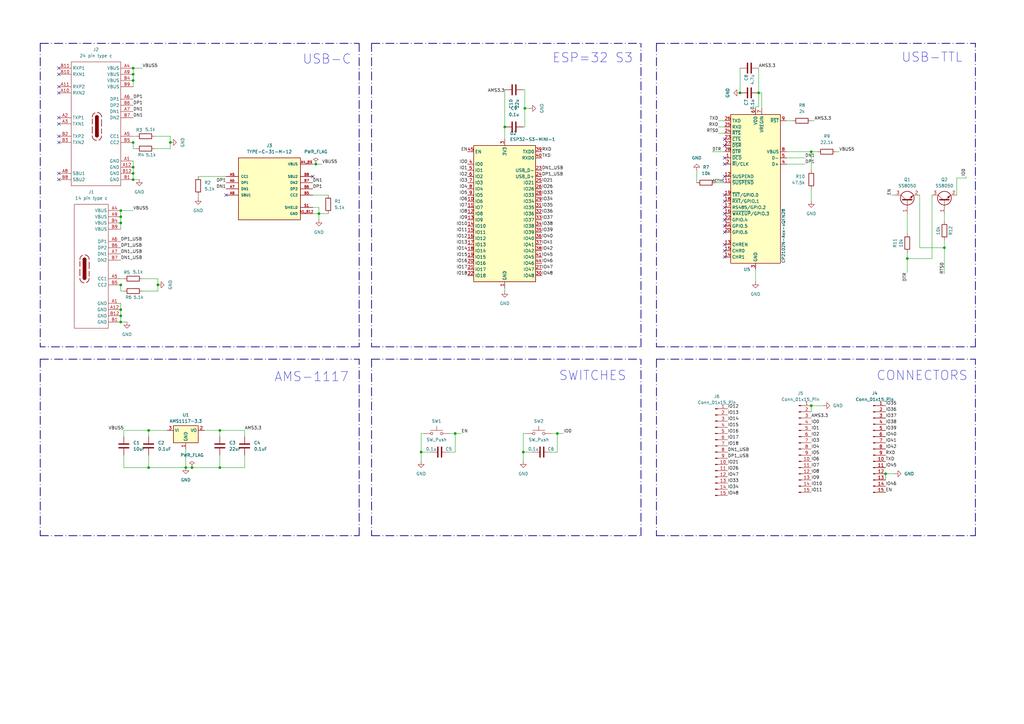
<source format=kicad_sch>
(kicad_sch (version 20250114) (generator "eeschema") (generator_version "9.0")
  (paper "A3")
  (title_block (title "Try_board") (date "2025-12-07") (rev "v1"))
  (lib_symbols
    (symbol "Connector:Conn_01x15_Pin" (pin_names (offset 1.016) (hide yes))
      (property "Reference" "J" (at 0 20.32 0))
      (property "Value" "Conn_01x15_Pin" (at 0 -20.32 0))
      (symbol "Conn_01x15_Pin_1_1"
        (pin passive line (at 5.08 17.78 180) (length 3.81) (name "Pin_1") (number "1"))
        (pin passive line (at 5.08 15.24 180) (length 3.81) (name "Pin_2") (number "2"))
        (pin passive line (at 5.08 12.7 180) (length 3.81) (name "Pin_3") (number "3"))
        (pin passive line (at 5.08 10.16 180) (length 3.81) (name "Pin_4") (number "4"))
        (pin passive line (at 5.08 7.62 180) (length 3.81) (name "Pin_5") (number "5"))
        (pin passive line (at 5.08 5.08 180) (length 3.81) (name "Pin_6") (number "6"))
        (pin passive line (at 5.08 2.54 180) (length 3.81) (name "Pin_7") (number "7"))
        (pin passive line (at 5.08 0 180) (length 3.81) (name "Pin_8") (number "8"))
        (pin passive line (at 5.08 -2.54 180) (length 3.81) (name "Pin_9") (number "9"))
        (pin passive line (at 5.08 -5.08 180) (length 3.81) (name "Pin_10") (number "10"))
        (pin passive line (at 5.08 -7.62 180) (length 3.81) (name "Pin_11") (number "11"))
        (pin passive line (at 5.08 -10.16 180) (length 3.81) (name "Pin_12") (number "12"))
        (pin passive line (at 5.08 -12.7 180) (length 3.81) (name "Pin_13") (number "13"))
        (pin passive line (at 5.08 -15.24 180) (length 3.81) (name "Pin_14") (number "14"))
        (pin passive line (at 5.08 -17.78 180) (length 3.81) (name "Pin_15") (number "15"))
      )
    )
    (symbol "Device:C" (pin_numbers (hide yes)) (pin_names (offset 0.254))
      (property "Reference" "C" (at 0.635 2.54 0))
      (property "Value" "C" (at 0.635 -2.54 0))
      (symbol "C_1_1"
        (pin passive line (at 0 3.81 270) (length 2.794) (name "~") (number "1"))
        (pin passive line (at 0 -3.81 90) (length 2.794) (name "~") (number "2"))
      )
    )
    (symbol "Device:R" (pin_numbers (hide yes)) (pin_names (offset 0))
      (property "Reference" "R" (at 2.032 0 90))
      (property "Value" "R" (at 0 0 90))
      (symbol "R_1_1"
        (pin passive line (at 0 3.81 270) (length 1.27) (name "~") (number "1"))
        (pin passive line (at 0 -3.81 90) (length 1.27) (name "~") (number "2"))
      )
    )
    (symbol "Interface_USB:CP2102N-Axx-xQFN28"
      (property "Reference" "U" (at -8.89 31.75 0))
      (property "Value" "CP2102N-Axx-xQFN28" (at 12.7 31.75 0))
      (symbol "CP2102N-Axx-xQFN28_1_1"
        (pin input line (at -12.7 27.94 0) (length 2.54) (name "~{RST}") (number "9"))
        (pin input line (at -12.7 15.24 0) (length 2.54) (name "VBUS") (number "8"))
        (pin bidirectional line (at -12.7 12.7 0) (length 2.54) (name "D-") (number "5"))
        (pin bidirectional line (at -12.7 10.16 0) (length 2.54) (name "D+") (number "4"))
        (pin no_connect line (at -10.16 -27.94 0) (length 2.54) (hide yes) (name "NC") (number "10"))
        (pin power_in line (at -2.54 33.02 270) (length 2.54) (name "VREGIN") (number "7"))
        (pin power_in line (at 0 33.02 270) (length 2.54) (name "VDD") (number "6"))
        (pin passive line (at 0 -33.02 90) (length 2.54) (hide yes) (name "GND") (number "29"))
        (pin power_in line (at 0 -33.02 90) (length 2.54) (name "GND") (number "3"))
        (pin output line (at 12.7 27.94 180) (length 2.54) (name "TXD") (number "26"))
        (pin input line (at 12.7 25.4 180) (length 2.54) (name "RXD") (number "25"))
        (pin output line (at 12.7 22.86 180) (length 2.54) (name "~{RTS}") (number "24"))
        (pin input line (at 12.7 20.32 180) (length 2.54) (name "~{CTS}") (number "23"))
        (pin input line (at 12.7 17.78 180) (length 2.54) (name "~{DSR}") (number "27"))
        (pin output line (at 12.7 15.24 180) (length 2.54) (name "~{DTR}") (number "28"))
        (pin input line (at 12.7 12.7 180) (length 2.54) (name "~{DCD}") (number "1"))
        (pin bidirectional line (at 12.7 10.16 180) (length 2.54) (name "~{RI}/CLK") (number "2"))
        (pin output line (at 12.7 5.08 180) (length 2.54) (name "SUSPEND") (number "12"))
        (pin output line (at 12.7 2.54 180) (length 2.54) (name "~{SUSPEND}") (number "11"))
        (pin bidirectional line (at 12.7 -2.54 180) (length 2.54) (name "~{TXT}/GPIO.0") (number "19"))
        (pin bidirectional line (at 12.7 -5.08 180) (length 2.54) (name "~{RXT}/GPIO.1") (number "18"))
        (pin bidirectional line (at 12.7 -7.62 180) (length 2.54) (name "RS485/GPIO.2") (number "17"))
        (pin bidirectional line (at 12.7 -10.16 180) (length 2.54) (name "~{WAKEUP}/GPIO.3") (number "16"))
        (pin bidirectional line (at 12.7 -12.7 180) (length 2.54) (name "GPIO.4") (number "22"))
        (pin bidirectional line (at 12.7 -15.24 180) (length 2.54) (name "GPIO.5") (number "21"))
        (pin bidirectional line (at 12.7 -17.78 180) (length 2.54) (name "GPIO.6") (number "20"))
        (pin output line (at 12.7 -22.86 180) (length 2.54) (name "CHREN") (number "13"))
        (pin output line (at 12.7 -25.4 180) (length 2.54) (name "CHR0") (number "15"))
        (pin output line (at 12.7 -27.94 180) (length 2.54) (name "CHR1") (number "14"))
      )
    )
    (symbol "PCB_USBC:PCBTypeC_14P" (in_bom no)
      (property "Reference" "J?" (at -16.51 4.064 0))
      (symbol "PCBTypeC_14P_1_0"
        (pin passive line (at 0 0 180) (length 5.08) (name "VBUS") (number "A4"))
        (pin passive line (at 0 -2.54 180) (length 5.08) (name "VBUS") (number "A9"))
        (pin passive line (at 0 -5.08 180) (length 5.08) (name "VBUS") (number "B4"))
        (pin passive line (at 0 -7.62 180) (length 5.08) (name "VBUS") (number "B9"))
        (pin passive line (at 0 -12.7 180) (length 5.08) (name "DP1") (number "A6"))
        (pin passive line (at 0 -15.24 180) (length 5.08) (name "DP2") (number "B6"))
        (pin passive line (at 0 -17.78 180) (length 5.08) (name "DN1") (number "A7"))
        (pin passive line (at 0 -20.32 180) (length 5.08) (name "DN2") (number "B7"))
        (pin passive line (at 0 -27.94 180) (length 5.08) (name "CC1") (number "A5"))
        (pin passive line (at 0 -30.5054 180) (length 5.08) (name "CC2") (number "B5"))
        (pin passive line (at 0 -38.1 180) (length 5.08) (name "GND") (number "A1"))
        (pin passive line (at 0 -40.64 180) (length 5.08) (name "GND") (number "A12"))
        (pin passive line (at 0 -43.18 180) (length 5.08) (name "GND") (number "B12"))
        (pin passive line (at 0 -45.72 180) (length 5.08) (name "GND") (number "B1"))
      )
    )
    (symbol "PCB_USBC:PCBTypeC_24P" (in_bom no)
      (property "Reference" "J?" (at -16.51 4.064 0))
      (symbol "PCBTypeC_24P_1_0"
        (pin passive line (at -30.48 0 0) (length 5.08) (name "RXP1") (number "B11"))
        (pin passive line (at -30.48 -2.54 0) (length 5.08) (name "RXN1") (number "B10"))
        (pin passive line (at -30.48 -7.62 0) (length 5.08) (name "RXP2") (number "A11"))
        (pin passive line (at -30.48 -10.16 0) (length 5.08) (name "RXN2") (number "A10"))
        (pin passive line (at -30.48 -20.32 0) (length 5.08) (name "TXP1") (number "A2"))
        (pin passive line (at -30.48 -22.86 0) (length 5.08) (name "TXN1") (number "A3"))
        (pin passive line (at -30.48 -27.94 0) (length 5.08) (name "TXP2") (number "B2"))
        (pin passive line (at -30.48 -30.48 0) (length 5.08) (name "TXN2") (number "B3"))
        (pin passive line (at -30.48 -43.18 0) (length 5.08) (name "SBU1") (number "A8"))
        (pin passive line (at -30.48 -45.72 0) (length 5.08) (name "SBU2") (number "B8"))
        (pin passive line (at 0 0 180) (length 5.08) (name "VBUS") (number "A4"))
        (pin passive line (at 0 -2.54 180) (length 5.08) (name "VBUS") (number "A9"))
        (pin passive line (at 0 -5.08 180) (length 5.08) (name "VBUS") (number "B4"))
        (pin passive line (at 0 -7.62 180) (length 5.08) (name "VBUS") (number "B9"))
        (pin passive line (at 0 -12.7 180) (length 5.08) (name "DP1") (number "A6"))
        (pin passive line (at 0 -15.24 180) (length 5.08) (name "DP2") (number "B6"))
        (pin passive line (at 0 -17.78 180) (length 5.08) (name "DN1") (number "A7"))
        (pin passive line (at 0 -20.32 180) (length 5.08) (name "DN2") (number "B7"))
        (pin passive line (at 0 -27.94 180) (length 5.08) (name "CC1") (number "A5"))
        (pin passive line (at 0 -30.5054 180) (length 5.08) (name "CC2") (number "B5"))
        (pin passive line (at 0 -38.1 180) (length 5.08) (name "GND") (number "A1"))
        (pin passive line (at 0 -40.64 180) (length 5.08) (name "GND") (number "A12"))
        (pin passive line (at 0 -43.18 180) (length 5.08) (name "GND") (number "B12"))
        (pin passive line (at 0 -45.72 180) (length 5.08) (name "GND") (number "B1"))
      )
    )
    (symbol "RF_Module:ESP32-S3-MINI-1"
      (property "Reference" "U" (at -11.43 29.21 0))
      (property "Value" "ESP32-S3-MINI-1" (at 12.7 29.21 0))
      (symbol "ESP32-S3-MINI-1_1_1"
        (pin input line (at -15.24 25.4 0) (length 2.54) (name "EN") (number "45"))
        (pin bidirectional line (at -15.24 20.32 0) (length 2.54) (name "IO0") (number "4"))
        (pin bidirectional line (at -15.24 17.78 0) (length 2.54) (name "IO1") (number "5"))
        (pin bidirectional line (at -15.24 15.24 0) (length 2.54) (name "IO2") (number "6"))
        (pin bidirectional line (at -15.24 12.7 0) (length 2.54) (name "IO3") (number "7"))
        (pin bidirectional line (at -15.24 10.16 0) (length 2.54) (name "IO4") (number "8"))
        (pin bidirectional line (at -15.24 7.62 0) (length 2.54) (name "IO5") (number "9"))
        (pin bidirectional line (at -15.24 5.08 0) (length 2.54) (name "IO6") (number "10"))
        (pin bidirectional line (at -15.24 2.54 0) (length 2.54) (name "IO7") (number "11"))
        (pin bidirectional line (at -15.24 0 0) (length 2.54) (name "IO8") (number "12"))
        (pin bidirectional line (at -15.24 -2.54 0) (length 2.54) (name "IO9") (number "13"))
        (pin bidirectional line (at -15.24 -5.08 0) (length 2.54) (name "IO10") (number "14"))
        (pin bidirectional line (at -15.24 -7.62 0) (length 2.54) (name "IO11") (number "15"))
        (pin bidirectional line (at -15.24 -10.16 0) (length 2.54) (name "IO12") (number "16"))
        (pin bidirectional line (at -15.24 -12.7 0) (length 2.54) (name "IO13") (number "17"))
        (pin bidirectional line (at -15.24 -15.24 0) (length 2.54) (name "IO14") (number "18"))
        (pin bidirectional line (at -15.24 -17.78 0) (length 2.54) (name "IO15") (number "19"))
        (pin bidirectional line (at -15.24 -20.32 0) (length 2.54) (name "IO16") (number "20"))
        (pin bidirectional line (at -15.24 -22.86 0) (length 2.54) (name "IO17") (number "21"))
        (pin bidirectional line (at -15.24 -25.4 0) (length 2.54) (name "IO18") (number "22"))
        (pin power_in line (at 0 30.48 270) (length 2.54) (name "3V3") (number "3"))
        (pin power_in line (at 0 -30.48 90) (length 2.54) (name "GND") (number "1"))
        (pin passive line (at 0 -30.48 90) (length 2.54) (hide yes) (name "GND") (number "2"))
        (pin passive line (at 0 -30.48 90) (length 2.54) (hide yes) (name "GND") (number "42"))
        (pin passive line (at 0 -30.48 90) (length 2.54) (hide yes) (name "GND") (number "43"))
        (pin passive line (at 0 -30.48 90) (length 2.54) (hide yes) (name "GND") (number "46"))
        (pin passive line (at 0 -30.48 90) (length 2.54) (hide yes) (name "GND") (number "47"))
        (pin passive line (at 0 -30.48 90) (length 2.54) (hide yes) (name "GND") (number "48"))
        (pin passive line (at 0 -30.48 90) (length 2.54) (hide yes) (name "GND") (number "49"))
        (pin passive line (at 0 -30.48 90) (length 2.54) (hide yes) (name "GND") (number "50"))
        (pin passive line (at 0 -30.48 90) (length 2.54) (hide yes) (name "GND") (number "51"))
        (pin passive line (at 0 -30.48 90) (length 2.54) (hide yes) (name "GND") (number "52"))
        (pin passive line (at 0 -30.48 90) (length 2.54) (hide yes) (name "GND") (number "53"))
        (pin passive line (at 0 -30.48 90) (length 2.54) (hide yes) (name "GND") (number "54"))
        (pin passive line (at 0 -30.48 90) (length 2.54) (hide yes) (name "GND") (number "55"))
        (pin passive line (at 0 -30.48 90) (length 2.54) (hide yes) (name "GND") (number "56"))
        (pin passive line (at 0 -30.48 90) (length 2.54) (hide yes) (name "GND") (number "57"))
        (pin passive line (at 0 -30.48 90) (length 2.54) (hide yes) (name "GND") (number "58"))
        (pin passive line (at 0 -30.48 90) (length 2.54) (hide yes) (name "GND") (number "59"))
        (pin passive line (at 0 -30.48 90) (length 2.54) (hide yes) (name "GND") (number "60"))
        (pin passive line (at 0 -30.48 90) (length 2.54) (hide yes) (name "GND") (number "61"))
        (pin passive line (at 0 -30.48 90) (length 2.54) (hide yes) (name "GND") (number "62"))
        (pin passive line (at 0 -30.48 90) (length 2.54) (hide yes) (name "GND") (number "63"))
        (pin passive line (at 0 -30.48 90) (length 2.54) (hide yes) (name "GND") (number "64"))
        (pin passive line (at 0 -30.48 90) (length 2.54) (hide yes) (name "GND") (number "65"))
        (pin bidirectional line (at 15.24 25.4 180) (length 2.54) (name "TXD0") (number "39"))
        (pin bidirectional line (at 15.24 22.86 180) (length 2.54) (name "RXD0") (number "40"))
        (pin bidirectional line (at 15.24 17.78 180) (length 2.54) (name "USB_D-") (number "23"))
        (pin bidirectional line (at 15.24 15.24 180) (length 2.54) (name "USB_D+") (number "24"))
        (pin bidirectional line (at 15.24 12.7 180) (length 2.54) (name "IO21") (number "25"))
        (pin bidirectional line (at 15.24 10.16 180) (length 2.54) (name "IO26") (number "26"))
        (pin bidirectional line (at 15.24 7.62 180) (length 2.54) (name "IO33") (number "28"))
        (pin bidirectional line (at 15.24 5.08 180) (length 2.54) (name "IO34") (number "29"))
        (pin bidirectional line (at 15.24 2.54 180) (length 2.54) (name "IO35") (number "31"))
        (pin bidirectional line (at 15.24 0 180) (length 2.54) (name "IO36") (number "32"))
        (pin bidirectional line (at 15.24 -2.54 180) (length 2.54) (name "IO37") (number "33"))
        (pin bidirectional line (at 15.24 -5.08 180) (length 2.54) (name "IO38") (number "34"))
        (pin bidirectional line (at 15.24 -7.62 180) (length 2.54) (name "IO39") (number "35"))
        (pin bidirectional line (at 15.24 -10.16 180) (length 2.54) (name "IO40") (number "36"))
        (pin bidirectional line (at 15.24 -12.7 180) (length 2.54) (name "IO41") (number "37"))
        (pin bidirectional line (at 15.24 -15.24 180) (length 2.54) (name "IO42") (number "38"))
        (pin bidirectional line (at 15.24 -17.78 180) (length 2.54) (name "IO45") (number "41"))
        (pin bidirectional line (at 15.24 -20.32 180) (length 2.54) (name "IO46") (number "44"))
        (pin bidirectional line (at 15.24 -22.86 180) (length 2.54) (name "IO47") (number "27"))
        (pin bidirectional line (at 15.24 -25.4 180) (length 2.54) (name "IO48") (number "30"))
      )
    )
    (symbol "Regulator_Linear:AMS1117-3.3"
      (property "Reference" "U" (at -3.81 3.175 0))
      (property "Value" "AMS1117-3.3" (at 0 3.175 0))
      (symbol "AMS1117-3.3_1_1"
        (pin power_in line (at -7.62 0 0) (length 2.54) (name "VI") (number "3"))
        (pin power_in line (at 0 -7.62 90) (length 2.54) (name "GND") (number "1"))
        (pin power_out line (at 7.62 0 180) (length 2.54) (name "VO") (number "2"))
      )
    )
    (symbol "Switch:SW_Push" (pin_numbers (hide yes)) (pin_names (offset 1.016) (hide yes))
      (property "Reference" "SW" (at 1.27 2.54 0))
      (property "Value" "SW_Push" (at 0 -1.524 0))
      (symbol "SW_Push_0_1"
        (pin passive line (at -5.08 0 0) (length 2.54) (name "1") (number "1"))
        (pin passive line (at 5.08 0 180) (length 2.54) (name "2") (number "2"))
      )
    )
    (symbol "TYPE-C-31-M-12:TYPE-C-31-M-12" (pin_names (offset 1.016))
      (property "Reference" "J" (at -12.7 13.462 0))
      (property "Value" "TYPE-C-31-M-12" (at -12.7 -13.462 0))
      (symbol "TYPE-C-31-M-12_0_0"
        (pin bidirectional line (at -17.78 5.08 0) (length 5.08) (name "CC1") (number "A5"))
        (pin bidirectional line (at -17.78 2.54 0) (length 5.08) (name "DP1") (number "A6"))
        (pin bidirectional line (at -17.78 0 0) (length 5.08) (name "DN1") (number "A7"))
        (pin bidirectional line (at -17.78 -2.54 0) (length 5.08) (name "SBU1") (number "A8"))
        (pin power_in line (at 17.78 10.16 180) (length 5.08) (name "VBUS") (number "A4_B9"))
        (pin power_in line (at 17.78 10.16 180) (length 5.08) (hide yes) (name "VBUS") (number "B4_A9"))
        (pin bidirectional line (at 17.78 5.08 180) (length 5.08) (name "SBU2") (number "B8"))
        (pin bidirectional line (at 17.78 2.54 180) (length 5.08) (name "DN2") (number "B7"))
        (pin bidirectional line (at 17.78 0 180) (length 5.08) (name "DP2") (number "B6"))
        (pin bidirectional line (at 17.78 -2.54 180) (length 5.08) (name "CC2") (number "B5"))
        (pin passive line (at 17.78 -7.62 180) (length 5.08) (name "SHIELD") (number "S1"))
        (pin passive line (at 17.78 -7.62 180) (length 5.08) (hide yes) (name "SHIELD") (number "S2"))
        (pin passive line (at 17.78 -7.62 180) (length 5.08) (hide yes) (name "SHIELD") (number "S3"))
        (pin passive line (at 17.78 -7.62 180) (length 5.08) (hide yes) (name "SHIELD") (number "S4"))
        (pin power_in line (at 17.78 -10.16 180) (length 5.08) (name "GND") (number "A1_B12"))
        (pin power_in line (at 17.78 -10.16 180) (length 5.08) (hide yes) (name "GND") (number "B1_A12"))
      )
    )
    (symbol "Transistor_BJT:SS8050" (pin_names (offset 0) (hide yes))
      (property "Reference" "Q" (at 5.08 1.905 0))
      (property "Value" "SS8050" (at 5.08 0 0))
      (symbol "SS8050_1_1"
        (pin input line (at -5.08 0 0) (length 2.54) (name "B") (number "1"))
        (pin passive line (at 2.54 5.08 270) (length 2.54) (name "C") (number "3"))
        (pin passive line (at 2.54 -5.08 90) (length 2.54) (name "E") (number "2"))
      )
    )
    (symbol "power:GND" (power) (pin_numbers (hide yes)) (pin_names (offset 0) (hide yes))
      (property "Value" "GND" (at 0 -3.81 0))
      (symbol "GND_1_1"
        (pin power_in line (at 0 0 270) (length 0) (name "~") (number "1"))
      )
    )
    (symbol "power:PWR_FLAG" (power) (pin_numbers (hide yes)) (pin_names (offset 0) (hide yes))
      (property "Value" "PWR_FLAG" (at 0 3.81 0))
      (symbol "PWR_FLAG_0_0"
        (pin power_out line (at 0 0 90) (length 0) (name "~") (number "1"))
      )
    )
  )
  (text "SWITCHES" (at 243.078 154.178 0) (effects (font (size 3.81 3.81))))
  (text "ESP=32 S3" (at 243.078 23.876 0) (effects (font (size 3.81 3.81))))
  (text "CONNECTORS" (at 378.206 154.178 0) (effects (font (size 3.81 3.81))))
  (text "USB-C" (at 134.112 24.384 0) (effects (font (size 3.81 3.81))))
  (text "AMS-1117\n" (at 127.762 154.686 0) (effects (font (size 3.81 3.81))))
  (text "USB-TTL" (at 382.27 23.622 0) (effects (font (size 3.81 3.81))))
  (junction (at 387.35 101.6))
  (junction (at 54.61 33.02))
  (junction (at 54.61 73.66))
  (junction (at 311.15 38.1))
  (junction (at 49.53 86.36))
  (junction (at 49.53 132.08))
  (junction (at 214.63 185.42))
  (junction (at 130.81 87.63))
  (junction (at 54.61 30.48))
  (junction (at 129.54 67.31))
  (junction (at 49.53 129.54))
  (junction (at 76.2 191.77))
  (junction (at 54.61 58.4454))
  (junction (at 54.61 71.12))
  (junction (at 60.96 191.77))
  (junction (at 54.61 27.94))
  (junction (at 49.53 127))
  (junction (at 90.17 176.53))
  (junction (at 90.17 191.77))
  (junction (at 69.85 58.42))
  (junction (at 78.74 191.77))
  (junction (at 54.61 68.58))
  (junction (at 207.01 52.07))
  (junction (at 303.53 38.1))
  (junction (at 64.77 116.84))
  (junction (at 215.265 44.45))
  (junction (at 228.6 177.8))
  (junction (at 332.74 62.23))
  (junction (at 363.22 194.31))
  (junction (at 172.72 185.42))
  (junction (at 186.69 177.8))
  (junction (at 49.53 116.8654))
  (junction (at 49.53 88.9))
  (junction (at 372.11 106.045))
  (junction (at 60.96 176.53))
  (junction (at 49.53 91.44))
  (junction (at 332.74 166.37))
  (no_connect (at 297.18 59.69))
  (no_connect (at 297.18 72.39))
  (no_connect (at 297.18 100.33))
  (no_connect (at 297.18 102.87))
  (no_connect (at 297.18 95.25))
  (no_connect (at 297.18 92.71))
  (no_connect (at 24.13 48.26))
  (no_connect (at 297.18 90.17))
  (no_connect (at 24.13 71.12))
  (no_connect (at 297.18 82.55))
  (no_connect (at 297.18 80.01))
  (no_connect (at 24.13 38.1))
  (no_connect (at 297.18 64.77))
  (no_connect (at 24.13 35.56))
  (no_connect (at 128.27 72.39))
  (no_connect (at 92.71 80.01))
  (no_connect (at 24.13 50.8))
  (no_connect (at 24.13 73.66))
  (no_connect (at 297.18 67.31))
  (no_connect (at 297.18 85.09))
  (no_connect (at 297.18 105.41))
  (no_connect (at 24.13 58.42))
  (no_connect (at 24.13 30.48))
  (no_connect (at 297.18 57.15))
  (no_connect (at 297.18 87.63))
  (no_connect (at 24.13 27.94))
  (no_connect (at 24.13 55.88))
  (bus (pts (xy 16.51 17.78) (xy 16.51 142.24)) (stroke (width 0) (type dash_dot)))
  (bus (pts (xy 147.32 142.24) (xy 16.51 142.24)) (stroke (width 0) (type dash_dot)))
  (wire (pts (xy 186.69 177.8) (xy 186.69 185.42)))
  (wire (pts (xy 58.42 114.3) (xy 64.77 114.3)))
  (wire (pts (xy 100.33 186.69) (xy 100.33 191.77)))
  (wire (pts (xy 387.35 101.6) (xy 387.35 98.425)))
  (wire (pts (xy 49.53 119.38) (xy 50.8 119.38)))
  (wire (pts (xy 215.265 52.07) (xy 214.63 52.07)))
  (wire (pts (xy 90.17 191.77) (xy 78.74 191.77)))
  (bus (pts (xy 147.32 219.71) (xy 147.32 147.32)) (stroke (width 0) (type dash_dot)))
  (wire (pts (xy 60.96 191.77) (xy 76.2 191.77)))
  (wire (pts (xy 50.8 186.69) (xy 50.8 191.77)))
  (wire (pts (xy 332.74 166.37) (xy 337.82 166.37)))
  (bus (pts (xy 152.4 17.78) (xy 262.89 17.78)) (stroke (width 0) (type dash_dot)))
  (wire (pts (xy 60.96 176.53) (xy 68.58 176.53)))
  (bus (pts (xy 269.24 17.78) (xy 269.24 142.24)) (stroke (width 0) (type dash_dot)))
  (wire (pts (xy 392.43 73.025) (xy 392.43 80.01)))
  (wire (pts (xy 297.18 74.93) (xy 293.37 74.93)))
  (wire (pts (xy 396.24 73.025) (xy 392.43 73.025)))
  (wire (pts (xy 83.82 176.53) (xy 90.17 176.53)))
  (wire (pts (xy 49.53 116.84) (xy 49.53 116.8654)))
  (wire (pts (xy 54.61 66.04) (xy 54.61 68.58)))
  (wire (pts (xy 49.53 88.9) (xy 49.53 91.44)))
  (wire (pts (xy 81.28 80.01) (xy 81.28 81.28)))
  (wire (pts (xy 382.27 80.01) (xy 382.27 106.045)))
  (wire (pts (xy 172.72 185.42) (xy 176.53 185.42)))
  (wire (pts (xy 372.11 87.63) (xy 372.11 95.885)))
  (wire (pts (xy 186.69 177.8) (xy 189.23 177.8)))
  (wire (pts (xy 58.42 119.38) (xy 64.77 119.38)))
  (wire (pts (xy 186.69 185.42) (xy 184.15 185.42)))
  (wire (pts (xy 130.81 87.63) (xy 134.62 87.63)))
  (wire (pts (xy 64.77 114.3) (xy 64.77 116.84)))
  (wire (pts (xy 303.53 27.94) (xy 303.53 38.1)))
  (wire (pts (xy 207.01 118.11) (xy 207.01 119.38)))
  (wire (pts (xy 311.15 43.815) (xy 311.15 38.1)))
  (wire (pts (xy 54.61 71.12) (xy 54.61 73.66)))
  (wire (pts (xy 228.6 177.8) (xy 228.6 185.42)))
  (bus (pts (xy 262.89 219.71) (xy 262.89 147.32)) (stroke (width 0) (type dash_dot)))
  (wire (pts (xy 214.63 36.83) (xy 215.265 36.83)))
  (wire (pts (xy 363.22 194.31) (xy 367.03 194.31)))
  (wire (pts (xy 130.81 87.63) (xy 130.81 90.17)))
  (wire (pts (xy 172.72 185.42) (xy 172.72 189.23)))
  (wire (pts (xy 387.35 112.395) (xy 387.35 101.6)))
  (wire (pts (xy 214.63 177.8) (xy 215.9 177.8)))
  (wire (pts (xy 228.6 185.42) (xy 226.06 185.42)))
  (wire (pts (xy 367.03 80.01) (xy 365.76 80.01)))
  (wire (pts (xy 128.27 87.63) (xy 130.81 87.63)))
  (wire (pts (xy 332.74 62.23) (xy 322.58 62.23)))
  (bus (pts (xy 152.4 147.32) (xy 152.4 219.71)) (stroke (width 0) (type dash_dot)))
  (wire (pts (xy 49.53 127) (xy 49.53 129.54)))
  (wire (pts (xy 214.63 177.8) (xy 214.63 185.42)))
  (wire (pts (xy 54.61 58.42) (xy 54.61 58.4454)))
  (wire (pts (xy 214.63 185.42) (xy 214.63 189.23)))
  (bus (pts (xy 400.05 219.71) (xy 400.05 147.32)) (stroke (width 0) (type dash_dot)))
  (wire (pts (xy 312.42 38.1) (xy 311.15 38.1)))
  (wire (pts (xy 54.61 27.94) (xy 54.61 30.48)))
  (bus (pts (xy 16.51 17.78) (xy 147.32 17.78)) (stroke (width 0) (type dash_dot)))
  (wire (pts (xy 54.61 68.58) (xy 54.61 71.12)))
  (wire (pts (xy 50.8 176.53) (xy 60.96 176.53)))
  (wire (pts (xy 396.24 72.39) (xy 396.24 73.025)))
  (wire (pts (xy 50.8 191.77) (xy 60.96 191.77)))
  (wire (pts (xy 387.35 87.63) (xy 387.35 90.805)))
  (wire (pts (xy 332.74 168.91) (xy 332.74 166.37)))
  (wire (pts (xy 50.8 179.07) (xy 50.8 176.53)))
  (bus (pts (xy 269.24 147.32) (xy 400.05 147.32)) (stroke (width 0) (type dash_dot)))
  (wire (pts (xy 49.53 116.8654) (xy 49.53 119.38)))
  (bus (pts (xy 152.4 219.71) (xy 262.89 219.71)) (stroke (width 0) (type dash_dot)))
  (wire (pts (xy 49.53 91.44) (xy 49.53 93.98)))
  (wire (pts (xy 372.11 106.045) (xy 382.27 106.045)))
  (wire (pts (xy 172.72 177.8) (xy 173.99 177.8)))
  (bus (pts (xy 269.24 142.24) (xy 400.05 142.24)) (stroke (width 0) (type dash_dot)))
  (wire (pts (xy 69.85 60.96) (xy 69.85 58.42)))
  (wire (pts (xy 372.11 111.76) (xy 372.11 106.045)))
  (bus (pts (xy 152.4 17.78) (xy 152.4 142.24)) (stroke (width 0) (type dash_dot)))
  (wire (pts (xy 78.74 191.77) (xy 76.2 191.77)))
  (wire (pts (xy 330.2 64.77) (xy 322.58 64.77)))
  (wire (pts (xy 363.22 196.85) (xy 363.22 194.31)))
  (wire (pts (xy 49.53 132.08) (xy 52.07 132.08)))
  (wire (pts (xy 228.6 177.8) (xy 231.14 177.8)))
  (bus (pts (xy 269.24 147.32) (xy 269.24 219.71)) (stroke (width 0) (type dash_dot)))
  (wire (pts (xy 215.265 44.45) (xy 215.265 52.07)))
  (wire (pts (xy 312.42 44.45) (xy 312.42 38.1)))
  (bus (pts (xy 400.05 142.24) (xy 400.05 17.78)) (stroke (width 0) (type dash_dot)))
  (wire (pts (xy 215.265 44.45) (xy 217.17 44.45)))
  (bus (pts (xy 152.4 147.32) (xy 262.89 147.32)) (stroke (width 0) (type dash_dot)))
  (wire (pts (xy 54.61 27.94) (xy 58.42 27.94)))
  (bus (pts (xy 269.24 219.71) (xy 400.05 219.71)) (stroke (width 0) (type dash_dot)))
  (wire (pts (xy 63.5 60.96) (xy 69.85 60.96)))
  (wire (pts (xy 128.27 85.09) (xy 130.81 85.09)))
  (wire (pts (xy 81.28 72.39) (xy 92.71 72.39)))
  (wire (pts (xy 69.85 55.88) (xy 69.85 58.42)))
  (wire (pts (xy 377.19 80.01) (xy 377.19 101.6)))
  (wire (pts (xy 297.18 54.61) (xy 294.64 54.61)))
  (wire (pts (xy 309.88 110.49) (xy 309.88 115.57)))
  (wire (pts (xy 332.74 77.47) (xy 332.74 82.55)))
  (wire (pts (xy 325.12 49.53) (xy 322.58 49.53)))
  (wire (pts (xy 285.75 69.85) (xy 285.75 74.93)))
  (wire (pts (xy 60.96 176.53) (xy 60.96 179.07)))
  (wire (pts (xy 332.74 62.23) (xy 332.74 69.85)))
  (wire (pts (xy 128.27 67.31) (xy 129.54 67.31)))
  (wire (pts (xy 54.61 55.88) (xy 55.88 55.88)))
  (wire (pts (xy 128.27 80.01) (xy 134.62 80.01)))
  (wire (pts (xy 49.53 124.46) (xy 49.53 127)))
  (wire (pts (xy 90.17 176.53) (xy 100.33 176.53)))
  (wire (pts (xy 330.2 67.31) (xy 322.58 67.31)))
  (wire (pts (xy 377.19 101.6) (xy 387.35 101.6)))
  (wire (pts (xy 63.5 55.88) (xy 69.85 55.88)))
  (wire (pts (xy 215.265 36.83) (xy 215.265 44.45)))
  (wire (pts (xy 54.61 30.48) (xy 54.61 33.02)))
  (wire (pts (xy 130.81 85.09) (xy 130.81 87.63)))
  (wire (pts (xy 372.11 106.045) (xy 372.11 103.505)))
  (wire (pts (xy 100.33 191.77) (xy 90.17 191.77)))
  (wire (pts (xy 54.61 60.96) (xy 55.88 60.96)))
  (wire (pts (xy 49.53 129.54) (xy 49.53 132.08)))
  (wire (pts (xy 49.53 86.36) (xy 54.61 86.36)))
  (wire (pts (xy 100.33 176.53) (xy 100.33 179.07)))
  (wire (pts (xy 309.88 43.815) (xy 309.88 44.45)))
  (wire (pts (xy 342.9 62.23) (xy 344.17 62.23)))
  (bus (pts (xy 147.32 17.78) (xy 147.32 142.24)) (stroke (width 0) (type dash_dot)))
  (wire (pts (xy 335.28 62.23) (xy 332.74 62.23)))
  (wire (pts (xy 90.17 176.53) (xy 90.17 179.07)))
  (wire (pts (xy 292.1 62.23) (xy 297.18 62.23)))
  (wire (pts (xy 184.15 177.8) (xy 186.69 177.8)))
  (wire (pts (xy 54.61 58.4454) (xy 54.61 60.96)))
  (wire (pts (xy 297.18 49.53) (xy 294.64 49.53)))
  (bus (pts (xy 262.89 142.24) (xy 262.89 17.78)) (stroke (width 0) (type dash_dot)))
  (wire (pts (xy 207.01 52.07) (xy 207.01 57.15)))
  (wire (pts (xy 64.77 119.38) (xy 64.77 116.84)))
  (wire (pts (xy 332.74 49.53) (xy 334.01 49.53)))
  (wire (pts (xy 309.88 43.815) (xy 311.15 43.815)))
  (wire (pts (xy 214.63 185.42) (xy 218.44 185.42)))
  (wire (pts (xy 311.15 27.94) (xy 311.15 38.1)))
  (wire (pts (xy 207.01 36.83) (xy 207.01 52.07)))
  (bus (pts (xy 16.51 147.32) (xy 147.32 147.32)) (stroke (width 0) (type dash_dot)))
  (wire (pts (xy 226.06 177.8) (xy 228.6 177.8)))
  (wire (pts (xy 76.2 184.15) (xy 76.2 191.77)))
  (wire (pts (xy 297.18 52.07) (xy 294.64 52.07)))
  (wire (pts (xy 54.61 73.66) (xy 57.15 73.66)))
  (wire (pts (xy 172.72 177.8) (xy 172.72 185.42)))
  (wire (pts (xy 54.61 33.02) (xy 54.61 35.56)))
  (bus (pts (xy 152.4 142.24) (xy 262.89 142.24)) (stroke (width 0) (type dash_dot)))
  (wire (pts (xy 129.54 67.31) (xy 132.08 67.31)))
  (bus (pts (xy 16.51 219.71) (xy 147.32 219.71)) (stroke (width 0) (type dash_dot)))
  (wire (pts (xy 49.53 86.36) (xy 49.53 88.9)))
  (bus (pts (xy 16.51 147.32) (xy 16.51 219.71)) (stroke (width 0) (type dash_dot)))
  (wire (pts (xy 49.53 114.3) (xy 50.8 114.3)))
  (wire (pts (xy 90.17 186.69) (xy 90.17 191.77)))
  (wire (pts (xy 60.96 186.69) (xy 60.96 191.77)))
  (bus (pts (xy 269.24 17.78) (xy 400.05 17.78)) (stroke (width 0) (type dash_dot)))
  (label "AMS3.3" (at 311.15 27.94 0))
  (label "DN1_USB" (at 49.53 104.14 0))
  (label "IO40" (at 222.25 97.79 0))
  (label "IO0" (at 191.77 67.31 180))
  (label "IO47" (at 222.25 110.49 0))
  (label "IO35" (at 363.22 166.37 0))
  (label "EN" (at 189.23 177.8 0))
  (label "IO7" (at 332.74 191.77 0))
  (label "IO26" (at 222.25 77.47 0))
  (label "EN" (at 191.77 62.23 180))
  (label "IO34" (at 222.25 82.55 0))
  (label "IO0" (at 231.14 177.8 0))
  (label "DP1_USB" (at 298.45 187.96 0))
  (label "IO17" (at 298.45 180.34 0))
  (label "IO33" (at 222.25 80.01 0))
  (label "IO5" (at 332.74 186.69 0))
  (label "IO14" (at 298.45 172.72 0))
  (label "RXD" (at 294.64 52.07 180))
  (label "IO21" (at 298.45 190.5 0))
  (label "IO6" (at 191.77 82.55 180))
  (label "IO46" (at 363.22 199.39 0))
  (label "DP1_USB" (at 49.53 101.6 0))
  (label "EN" (at 365.76 80.01 90))
  (label "IO14" (at 191.77 102.87 180))
  (label "DN1_USB" (at 222.25 69.85 0))
  (label "IO3" (at 332.74 181.61 0))
  (label "IO48" (at 222.25 113.03 0))
  (label "IO46" (at 222.25 107.95 0))
  (label "DN1" (at 330.2 64.77 0))
  (label "IO36" (at 363.22 168.91 0))
  (label "DP1" (at 128.27 77.47 0))
  (label "IO37" (at 222.25 90.17 0))
  (label "IO13" (at 298.45 170.18 0))
  (label "IO8" (at 332.74 194.31 0))
  (label "DTR" (at 372.11 111.76 270))
  (label "IO33" (at 298.45 198.12 0))
  (label "AMS3.3" (at 100.33 176.53 0))
  (label "DP1" (at 330.2 67.31 0))
  (label "TXD" (at 363.22 189.23 0))
  (label "IO15" (at 191.77 105.41 180))
  (label "IO17" (at 191.77 110.49 180))
  (label "RTS0" (at 294.64 54.61 180))
  (label "IO3" (at 191.77 74.93 180))
  (label "RXD" (at 222.25 62.23 0))
  (label "IO18" (at 298.45 182.88 0))
  (label "IO1" (at 191.77 69.85 180))
  (label "IO47" (at 298.45 195.58 0))
  (label "IO34" (at 298.45 200.66 0))
  (label "TXD" (at 294.64 49.53 180))
  (label "EN" (at 363.22 201.93 0))
  (label "IO13" (at 191.77 100.33 180))
  (label "RTS0" (at 387.35 112.395 90))
  (label "VBUS5" (at 58.42 27.94 0))
  (label "IO7" (at 191.77 85.09 180))
  (label "IO37" (at 363.22 171.45 0))
  (label "IO12" (at 298.45 167.64 0))
  (label "IO48" (at 298.45 203.2 0))
  (label "AMS3.3" (at 332.74 171.45 0))
  (label "IO11" (at 191.77 95.25 180))
  (label "IO36" (at 222.25 87.63 0))
  (label "DN1" (at 54.61 45.72 0))
  (label "IO16" (at 298.45 177.8 0))
  (label "IO16" (at 191.77 107.95 180))
  (label "IO39" (at 363.22 176.53 0))
  (label "IO41" (at 222.25 100.33 0))
  (label "IO12" (at 191.77 97.79 180))
  (label "DP1_USB" (at 222.25 72.39 0))
  (label "DN1" (at 128.27 74.93 0))
  (label "VBUS5" (at 132.08 67.31 0))
  (label "IO42" (at 222.25 102.87 0))
  (label "VBUS5" (at 344.17 62.23 0))
  (label "DP1" (at 54.61 40.64 0))
  (label "DP1" (at 92.71 74.93 180))
  (label "IO45" (at 222.25 105.41 0))
  (label "DP1" (at 54.61 43.18 0))
  (label "IO4" (at 332.74 184.15 0))
  (label "IO6" (at 332.74 189.23 0))
  (label "IO2" (at 191.77 72.39 180))
  (label "IO15" (at 298.45 175.26 0))
  (label "TXD" (at 222.25 64.77 0))
  (label "DTR" (at 292.1 62.23 0))
  (label "IO41" (at 363.22 181.61 0))
  (label "IO1" (at 332.74 176.53 0))
  (label "AMS3.3" (at 334.01 49.53 0))
  (label "IO8" (at 191.77 87.63 180))
  (label "VBUS5" (at 54.61 86.36 0))
  (label "IO38" (at 363.22 173.99 0))
  (label "RXD" (at 363.22 186.69 0))
  (label "IO0" (at 332.74 173.99 0))
  (label "DN1_USB" (at 49.53 106.68 0))
  (label "IO45" (at 363.22 191.77 0))
  (label "IO26" (at 298.45 193.04 0))
  (label "IO42" (at 363.22 184.15 0))
  (label "IO10" (at 332.74 199.39 0))
  (label "IO39" (at 222.25 95.25 0))
  (label "DN1" (at 54.61 48.26 0))
  (label "IO11" (at 332.74 201.93 0))
  (label "DN1" (at 92.71 77.47 180))
  (label "DN1_USB" (at 298.45 185.42 0))
  (label "IO5" (at 191.77 80.01 180))
  (label "IO2" (at 332.74 179.07 0))
  (label "DP1_USB" (at 49.53 99.06 0))
  (label "IO35" (at 222.25 85.09 0))
  (label "AMS3.3" (at 207.01 38.1 180))
  (label "IO21" (at 222.25 74.93 0))
  (label "IO9" (at 332.74 196.85 0))
  (label "IO0" (at 396.24 72.39 90))
  (label "IO9" (at 191.77 90.17 180))
  (label "IO38" (at 222.25 92.71 0))
  (label "VBUS5" (at 50.8 176.53 180))
  (label "IO10" (at 191.77 92.71 180))
  (label "ACTIVE" (at 297.18 74.93 180) (effects (font (size 1 1))))
  (label "IO4" (at 191.77 77.47 180))
  (label "IO40" (at 363.22 179.07 0))
  (label "IO18" (at 191.77 113.03 180))
  (symbol (lib_id "power:GND") (at 81.28 81.28 0) (unit 1)
    (property "Reference" "#PWR03" (effects (hide yes)))
    (property "Value" "GND" (at 81.28 86.36 0))
    (property "Description" "Power symbol creates a global label with name \"GND\" , ground" (effects (hide yes)))
  )
  (symbol (lib_id "Device:R") (at 289.56 74.93 90) (mirror x) (unit 1)
    (property "Reference" "R7" (at 289.56 68.58 90))
    (property "Value" "10k" (at 289.56 71.12 90))
    (property "Footprint" "Resistor_SMD:R_0805_2012Metric_Pad1.20x1.40mm_HandSolder" (effects (hide yes)))
    (property "Description" "Resistor" (effects (hide yes)))
  )
  (symbol (lib_id "Device:C") (at 307.34 38.1 90) (mirror x) (unit 1)
    (property "Reference" "C7" (at 306.07 40.64 0) (effects (justify left)))
    (property "Value" "0.1u" (at 308.61 40.64 0) (effects (justify left)))
    (property "Footprint" "Capacitor_SMD:C_0805_2012Metric_Pad1.18x1.45mm_HandSolder" (effects (hide yes)))
    (property "Description" "Unpolarized capacitor" (effects (hide yes)))
  )
  (symbol (lib_id "Device:R") (at 332.74 73.66 0) (mirror x) (unit 1)
    (property "Reference" "R10" (at 330.2 72.3899 0) (effects (justify right)))
    (property "Value" "47.5k" (at 330.2 74.9299 0) (effects (justify right)))
    (property "Footprint" "Resistor_SMD:R_0805_2012Metric_Pad1.20x1.40mm_HandSolder" (effects (hide yes)))
    (property "Description" "Resistor" (effects (hide yes)))
  )
  (symbol (lib_id "Device:R") (at 387.35 94.615 180) (unit 1)
    (property "Reference" "R12" (at 389.89 94.615 90))
    (property "Value" "10k" (at 384.81 94.615 90))
    (property "Footprint" "Resistor_SMD:R_0805_2012Metric_Pad1.20x1.40mm_HandSolder" (effects (hide yes)))
    (property "Description" "Resistor" (effects (hide yes)))
  )
  (symbol (lib_id "power:GND") (at 332.74 82.55 0) (mirror y) (unit 1)
    (property "Reference" "#PWR013" (effects (hide yes)))
    (property "Value" "GND" (at 332.74 87.63 0))
    (property "Description" "Power symbol creates a global label with name \"GND\" , ground" (effects (hide yes)))
  )
  (symbol (lib_id "Device:R") (at 59.69 60.96 90) (unit 1)
    (property "Reference" "R4" (at 59.182 63.5 90) (effects (justify left)))
    (property "Value" "5.1k" (at 64.008 63.5 90) (effects (justify left)))
    (property "Footprint" "Resistor_SMD:R_0805_2012Metric_Pad1.20x1.40mm_HandSolder" (effects (hide yes)))
    (property "Description" "Resistor" (effects (hide yes)))
  )
  (symbol (lib_id "Device:R") (at 59.69 55.88 90) (unit 1)
    (property "Reference" "R3" (at 58.4199 53.34 90) (effects (justify left)))
    (property "Value" "5.1k" (at 63.754 53.086 90) (effects (justify left)))
    (property "Footprint" "Resistor_SMD:R_0805_2012Metric_Pad1.20x1.40mm_HandSolder" (effects (hide yes)))
    (property "Description" "Resistor" (effects (hide yes)))
  )
  (symbol (lib_id "power:GND") (at 367.03 194.31 90) (unit 1)
    (property "Reference" "#PWR017" (effects (hide yes)))
    (property "Value" "GND" (at 370.84 194.3099 90) (effects (justify right)))
    (property "Description" "Power symbol creates a global label with name \"GND\" , ground" (effects (hide yes)))
  )
  (symbol (lib_id "RF_Module:ESP32-S3-MINI-1") (at 207.01 87.63 0) (unit 1)
    (property "Reference" "U2" (at 209.1533 54.61 0) (effects (justify left)))
    (property "Value" "ESP32-S3-MINI-1" (at 209.1533 57.15 0) (effects (justify left)))
    (property "Footprint" "RF_Module:ESP32-S2-MINI-1" (effects (hide yes)))
    (property "Datasheet" "https://www.espressif.com/sites/default/files/documentation/esp32-s3-mini-1_mini-1u_datasheet_en.pdf" (effects (hide yes)))
    (property "Description" "RF Module, ESP32-S3 SoC, Wi-Fi 802.11b/g/n, Bluetooth, BLE, 32-bit, 3.3V, SMD, onboard antenna" (effects (hide yes)))
  )
  (symbol (lib_id "Device:C") (at 222.25 185.42 270) (mirror x) (unit 1)
    (property "Reference" "C6" (at 227.33 184.15 90) (effects (justify right)))
    (property "Value" "0.1u" (at 220.98 184.15 90) (effects (justify right)))
    (property "Footprint" "Capacitor_SMD:C_0805_2012Metric_Pad1.18x1.45mm_HandSolder" (effects (hide yes)))
    (property "Description" "Unpolarized capacitor" (effects (hide yes)))
  )
  (symbol (lib_id "Device:R") (at 372.11 99.695 180) (unit 1)
    (property "Reference" "R11" (at 367.03 99.695 90))
    (property "Value" "10k" (at 369.57 99.695 90))
    (property "Footprint" "Resistor_SMD:R_0805_2012Metric_Pad1.20x1.40mm_HandSolder" (effects (hide yes)))
    (property "Description" "Resistor" (effects (hide yes)))
  )
  (symbol (lib_id "power:PWR_FLAG") (at 129.54 67.31 0) (unit 1)
    (property "Reference" "#FLG01" (effects (hide yes)))
    (property "Value" "PWR_FLAG" (at 129.54 62.23 0))
    (property "Description" "Special symbol for telling ERC where power comes from" (effects (hide yes)))
  )
  (symbol (lib_id "Device:C") (at 180.34 185.42 270) (mirror x) (unit 1)
    (property "Reference" "C5" (at 185.42 184.15 90) (effects (justify right)))
    (property "Value" "0.1u" (at 179.07 184.15 90) (effects (justify right)))
    (property "Footprint" "Capacitor_SMD:C_0805_2012Metric_Pad1.18x1.45mm_HandSolder" (effects (hide yes)))
    (property "Description" "Unpolarized capacitor" (effects (hide yes)))
  )
  (symbol (lib_id "Device:R") (at 81.28 76.2 0) (unit 1)
    (property "Reference" "R2" (at 83.82 74.9299 0) (effects (justify left)))
    (property "Value" "5.1k" (at 83.82 77.4699 0) (effects (justify left)))
    (property "Footprint" "Resistor_SMD:R_0805_2012Metric_Pad1.20x1.40mm_HandSolder" (effects (hide yes)))
    (property "Description" "Resistor" (effects (hide yes)))
  )
  (symbol (lib_id "power:GND") (at 337.82 166.37 90) (unit 1)
    (property "Reference" "#PWR016" (effects (hide yes)))
    (property "Value" "GND" (at 341.63 166.3699 90) (effects (justify right)))
    (property "Description" "Power symbol creates a global label with name \"GND\" , ground" (effects (hide yes)))
  )
  (symbol (lib_id "power:GND") (at 285.75 69.85 0) (mirror x) (unit 1)
    (property "Reference" "#PWR011" (effects (hide yes)))
    (property "Value" "GND" (at 285.75 64.77 0))
    (property "Description" "Power symbol creates a global label with name \"GND\" , ground" (effects (hide yes)))
  )
  (symbol (lib_id "Regulator_Linear:AMS1117-3.3") (at 76.2 176.53 0) (unit 1)
    (property "Reference" "U1" (at 76.2 170.18 0))
    (property "Value" "AMS1117-3.3" (at 76.2 172.72 0))
    (property "Footprint" "Package_TO_SOT_SMD:SOT-223-3_TabPin2" (effects (hide yes)))
    (property "Datasheet" "http://www.advanced-monolithic.com/pdf/ds1117.pdf" (effects (hide yes)))
    (property "Description" "1A Low Dropout regulator, positive, 3.3V fixed output, SOT-223" (effects (hide yes)))
  )
  (symbol (lib_id "power:GND") (at 217.17 44.45 90) (mirror x) (unit 1)
    (property "Reference" "#PWR015" (effects (hide yes)))
    (property "Value" "GND" (at 222.25 44.45 0))
    (property "Description" "Power symbol creates a global label with name \"GND\" , ground" (effects (hide yes)))
  )
  (symbol (lib_id "power:GND") (at 52.07 132.08 0) (unit 1)
    (property "Reference" "#PWR05" (effects (hide yes)))
    (property "Value" "GND" (at 52.07 137.16 0))
    (property "Description" "Power symbol creates a global label with name \"GND\" , ground" (effects (hide yes)))
  )
  (symbol (lib_id "power:GND") (at 76.2 191.77 0) (unit 1)
    (property "Reference" "#PWR01" (effects (hide yes)))
    (property "Value" "GND" (at 76.2 196.85 0))
    (property "Description" "Power symbol creates a global label with name \"GND\" , ground" (effects (hide yes)))
  )
  (symbol (lib_id "power:GND") (at 69.85 58.42 90) (unit 1)
    (property "Reference" "#PWR06" (effects (hide yes)))
    (property "Value" "GND" (at 74.93 58.42 0))
    (property "Description" "Power symbol creates a global label with name \"GND\" , ground" (effects (hide yes)))
  )
  (symbol (lib_id "PCB_USBC:PCBTypeC_24P") (at 54.61 27.94 0) (unit 1) (in_bom no)
    (property "Reference" "J2" (at 39.37 20.32 0))
    (property "Value" "24 pin type c" (at 39.37 22.86 0))
    (property "Footprint" "PCB_USBC:PCBTypeC_14P" (effects (hide yes)))
    (property "Description" "Use your PCB as a USB C connector! 24 Pin version is fully featured. Please keep in mind the limited mating cycles of this connector." (effects (hide yes)))
  )
  (symbol (lib_id "Connector:Conn_01x15_Pin") (at 358.14 184.15 0) (unit 1)
    (property "Reference" "J4" (at 358.775 161.29 0))
    (property "Value" "Conn_01x15_Pin" (at 358.775 163.83 0))
    (property "Footprint" "Connector_PinHeader_2.54mm:PinHeader_1x14_P2.54mm_Vertical" (effects (hide yes)))
    (property "Description" "Generic connector, single row, 01x15, script generated" (effects (hide yes)))
  )
  (symbol (lib_id "Device:C") (at 307.34 27.94 90) (mirror x) (unit 1)
    (property "Reference" "C8" (at 306.07 30.48 0) (effects (justify left)))
    (property "Value" "4.7u" (at 308.61 30.48 0) (effects (justify left)))
    (property "Footprint" "Capacitor_SMD:C_0805_2012Metric_Pad1.18x1.45mm_HandSolder" (effects (hide yes)))
    (property "Description" "Unpolarized capacitor" (effects (hide yes)))
  )
  (symbol (lib_id "TYPE-C-31-M-12:TYPE-C-31-M-12") (at 110.49 77.47 0) (unit 1)
    (property "Reference" "J3" (at 110.49 59.69 0))
    (property "Value" "TYPE-C-31-M-12" (at 110.49 62.23 0))
    (property "Footprint" "phytypec:HRO_TYPE-C-31-M-12" (effects (hide yes)))
    (property "MF" "HRO Electronics Co., Ltd." (effects (hide yes)))
    (property "MAXIMUM_PACKAGE_HEIGHT" "3.26 mm" (effects (hide yes)))
    (property "Package" "Package" (effects (hide yes)))
    (property "Price" "None" (effects (hide yes)))
    (property "Check_prices" "https://www.snapeda.com/parts/TYPE-C-31-M-12/HRO+Electronics+Co.%252C+Ltd./view-part/?ref=eda" (effects (hide yes)))
    (property "STANDARD" "Manufacturer Recommendations" (effects (hide yes)))
    (property "PARTREV" "2020.12.08" (effects (hide yes)))
    (property "SnapEDA_Link" "https://www.snapeda.com/parts/TYPE-C-31-M-12/HRO+Electronics+Co.%252C+Ltd./view-part/?ref=snap" (effects (hide yes)))
    (property "MP" "TYPE-C-31-M-12" (effects (hide yes)))
    (property "Description_1" "USB Connectors 24 Receptacle 1 8.94*7.3mm RoHS" (effects (hide yes)))
    (property "SNAPEDA_PN" "TYPE-C-31-M-12" (effects (hide yes)))
    (property "Availability" "Not in stock" (effects (hide yes)))
    (property "MANUFACTURER" "HRO Electronics Co., Ltd." (effects (hide yes)))
  )
  (symbol (lib_id "Device:C") (at 100.33 182.88 0) (unit 1)
    (property "Reference" "C4" (at 104.14 181.6099 0) (effects (justify left)))
    (property "Value" "0.1uF" (at 104.14 184.1499 0) (effects (justify left)))
    (property "Footprint" "Capacitor_SMD:C_0805_2012Metric_Pad1.18x1.45mm_HandSolder" (effects (hide yes)))
    (property "Description" "Unpolarized capacitor" (effects (hide yes)))
  )
  (symbol (lib_id "Switch:SW_Push") (at 220.98 177.8 0) (unit 1)
    (property "Reference" "SW2" (at 220.98 172.72 0))
    (property "Value" "SW_Push" (at 220.98 180.34 0))
    (property "Footprint" "Button_Switch_SMD:SW_Push_SPST_NO_Alps_SKRK" (effects (hide yes)))
    (property "Description" "Push button switch, generic, two pins" (effects (hide yes)))
  )
  (symbol (lib_id "power:GND") (at 214.63 189.23 0) (unit 1)
    (property "Reference" "#PWR010" (effects (hide yes)))
    (property "Value" "GND" (at 214.63 194.31 0))
    (property "Description" "Power symbol creates a global label with name \"GND\" , ground" (effects (hide yes)))
  )
  (symbol (lib_id "power:GND") (at 57.15 73.66 0) (unit 1)
    (property "Reference" "#PWR04" (effects (hide yes)))
    (property "Value" "GND" (at 57.15 78.74 0))
    (property "Description" "Power symbol creates a global label with name \"GND\" , ground" (effects (hide yes)))
  )
  (symbol (lib_id "Device:C") (at 210.82 52.07 90) (mirror x) (unit 1)
    (property "Reference" "C9" (at 210.82 44.45 90))
    (property "Value" "0.1u" (at 210.82 46.99 90))
    (property "Footprint" "Capacitor_SMD:C_0805_2012Metric_Pad1.18x1.45mm_HandSolder" (effects (hide yes)))
    (property "Description" "Unpolarized capacitor" (effects (hide yes)))
  )
  (symbol (lib_id "Device:C") (at 60.96 182.88 0) (unit 1)
    (property "Reference" "C2" (at 64.77 181.6099 0) (effects (justify left)))
    (property "Value" "0.1uF" (at 64.77 184.1499 0) (effects (justify left)))
    (property "Footprint" "Capacitor_SMD:C_0805_2012Metric_Pad1.18x1.45mm_HandSolder" (effects (hide yes)))
    (property "Description" "Unpolarized capacitor" (effects (hide yes)))
  )
  (symbol (lib_id "Transistor_BJT:SS8050") (at 387.35 82.55 90) (unit 1)
    (property "Reference" "Q2" (at 387.35 73.66 90))
    (property "Value" "SS8050" (at 387.35 76.2 90))
    (property "Footprint" "Package_TO_SOT_SMD:SOT-23" (effects (hide yes)))
    (property "Datasheet" "http://www.secosgmbh.com/datasheet/products/SSMPTransistor/SOT-23/SS8050.pdf" (effects (hide yes)))
    (property "Description" "General Purpose NPN Transistor, 1.5A Ic, 25V Vce, SOT-23" (effects (hide yes)))
  )
  (symbol (lib_id "Connector:Conn_01x15_Pin") (at 327.66 184.15 0) (unit 1)
    (property "Reference" "J5" (at 328.295 161.29 0))
    (property "Value" "Conn_01x15_Pin" (at 328.295 163.83 0))
    (property "Footprint" "Connector_PinHeader_2.54mm:PinHeader_1x14_P2.54mm_Vertical" (effects (hide yes)))
    (property "Description" "Generic connector, single row, 01x15, script generated" (effects (hide yes)))
  )
  (symbol (lib_id "PCB_USBC:PCBTypeC_14P") (at 49.53 86.36 0) (unit 1) (in_bom no)
    (property "Reference" "J1" (at 37.465 78.74 0))
    (property "Value" "14 pin type c" (at 37.465 81.28 0))
    (property "Footprint" "PCB_USBC:PCBTypeC_14P" (effects (hide yes)))
    (property "Description" "Use your PCB as a USB C connector! 14 Pin version is USB 2.0 and power only. Use this to replace a micro USB connector and don't forget the CC resistors!" (effects (hide yes)))
  )
  (symbol (lib_id "power:GND") (at 172.72 189.23 0) (unit 1)
    (property "Reference" "#PWR08" (effects (hide yes)))
    (property "Value" "GND" (at 172.72 194.31 0))
    (property "Description" "Power symbol creates a global label with name \"GND\" , ground" (effects (hide yes)))
  )
  (symbol (lib_id "power:GND") (at 309.88 115.57 0) (unit 1)
    (property "Reference" "#PWR09" (effects (hide yes)))
    (property "Value" "GND" (at 309.88 120.65 0))
    (property "Description" "Power symbol creates a global label with name \"GND\" , ground" (effects (hide yes)))
  )
  (symbol (lib_id "Device:R") (at 339.09 62.23 270) (mirror x) (unit 1)
    (property "Reference" "R9" (at 339.09 55.88 90))
    (property "Value" "22.1k" (at 339.09 58.42 90))
    (property "Footprint" "Resistor_SMD:R_0805_2012Metric_Pad1.20x1.40mm_HandSolder" (effects (hide yes)))
    (property "Description" "Resistor" (effects (hide yes)))
  )
  (symbol (lib_id "Transistor_BJT:SS8050") (at 372.11 82.55 90) (unit 1)
    (property "Reference" "Q1" (at 372.11 73.66 90))
    (property "Value" "SS8050" (at 372.11 76.2 90))
    (property "Footprint" "Package_TO_SOT_SMD:SOT-23" (effects (hide yes)))
    (property "Datasheet" "http://www.secosgmbh.com/datasheet/products/SSMPTransistor/SOT-23/SS8050.pdf" (effects (hide yes)))
    (property "Description" "General Purpose NPN Transistor, 1.5A Ic, 25V Vce, SOT-23" (effects (hide yes)))
  )
  (symbol (lib_id "power:PWR_FLAG") (at 78.74 191.77 0) (unit 1)
    (property "Reference" "#FLG02" (effects (hide yes)))
    (property "Value" "PWR_FLAG" (at 78.74 186.69 0))
    (property "Description" "Special symbol for telling ERC where power comes from" (effects (hide yes)))
  )
  (symbol (lib_id "Interface_USB:CP2102N-Axx-xQFN28") (at 309.88 77.47 0) (mirror y) (unit 1)
    (property "Reference" "U5" (at 307.7367 110.49 0) (effects (justify left)))
    (property "Value" "CP2102N-Axx-xQFN28" (at 321.31 107.95 90) (effects (justify left)))
    (property "Footprint" "Package_DFN_QFN:QFN-28-1EP_5x5mm_P0.5mm_EP3.35x3.35mm" (effects (hide yes)))
    (property "Datasheet" "https://www.silabs.com/documents/public/data-sheets/cp2102n-datasheet.pdf" (effects (hide yes)))
    (property "Description" "USB to UART master bridge, QFN-28" (effects (hide yes)))
  )
  (symbol (lib_id "power:GND") (at 303.53 38.1 270) (mirror x) (unit 1)
    (property "Reference" "#PWR012" (effects (hide yes)))
    (property "Value" "GND" (at 298.45 38.1 0))
    (property "Description" "Power symbol creates a global label with name \"GND\" , ground" (effects (hide yes)))
  )
  (symbol (lib_id "Device:R") (at 54.61 114.3 90) (unit 1)
    (property "Reference" "R5" (at 53.3399 111.76 90) (effects (justify left)))
    (property "Value" "5.1k" (at 58.674 111.506 90) (effects (justify left)))
    (property "Footprint" "Resistor_SMD:R_0805_2012Metric_Pad1.20x1.40mm_HandSolder" (effects (hide yes)))
    (property "Description" "Resistor" (effects (hide yes)))
  )
  (symbol (lib_id "Connector:Conn_01x15_Pin") (at 293.37 185.42 0) (unit 1)
    (property "Reference" "J6" (at 294.005 162.56 0))
    (property "Value" "Conn_01x15_Pin" (at 294.005 165.1 0))
    (property "Footprint" "Connector_PinHeader_2.54mm:PinHeader_1x14_P2.54mm_Vertical" (effects (hide yes)))
    (property "Description" "Generic connector, single row, 01x15, script generated" (effects (hide yes)))
  )
  (symbol (lib_id "power:GND") (at 207.01 119.38 0) (unit 1)
    (property "Reference" "#PWR014" (effects (hide yes)))
    (property "Value" "GND" (at 207.01 124.46 0))
    (property "Description" "Power symbol creates a global label with name \"GND\" , ground" (effects (hide yes)))
  )
  (symbol (lib_id "power:GND") (at 64.77 116.84 90) (unit 1)
    (property "Reference" "#PWR07" (effects (hide yes)))
    (property "Value" "GND" (at 69.85 116.84 0))
    (property "Description" "Power symbol creates a global label with name \"GND\" , ground" (effects (hide yes)))
  )
  (symbol (lib_id "Device:C") (at 210.82 36.83 90) (mirror x) (unit 1)
    (property "Reference" "C10" (at 209.5499 40.64 0) (effects (justify left)))
    (property "Value" "22u" (at 212.0899 40.64 0) (effects (justify left)))
    (property "Footprint" "Capacitor_SMD:C_0805_2012Metric_Pad1.18x1.45mm_HandSolder" (effects (hide yes)))
    (property "Description" "Unpolarized capacitor" (effects (hide yes)))
  )
  (symbol (lib_id "Device:R") (at 328.93 49.53 90) (mirror x) (unit 1)
    (property "Reference" "R8" (at 328.93 43.18 90))
    (property "Value" "2k" (at 328.93 45.72 90))
    (property "Footprint" "Resistor_SMD:R_0805_2012Metric_Pad1.20x1.40mm_HandSolder" (effects (hide yes)))
    (property "Description" "Resistor" (effects (hide yes)))
  )
  (symbol (lib_id "power:GND") (at 130.81 90.17 0) (unit 1)
    (property "Reference" "#PWR02" (effects (hide yes)))
    (property "Value" "GND" (at 130.81 95.25 0))
    (property "Description" "Power symbol creates a global label with name \"GND\" , ground" (effects (hide yes)))
  )
  (symbol (lib_id "Switch:SW_Push") (at 179.07 177.8 0) (unit 1)
    (property "Reference" "SW1" (at 179.07 172.72 0))
    (property "Value" "SW_Push" (at 179.07 180.34 0))
    (property "Footprint" "Button_Switch_SMD:SW_Push_SPST_NO_Alps_SKRK" (effects (hide yes)))
    (property "Description" "Push button switch, generic, two pins" (effects (hide yes)))
  )
  (symbol (lib_id "Device:C") (at 90.17 182.88 0) (unit 1)
    (property "Reference" "C3" (at 93.98 181.6099 0) (effects (justify left)))
    (property "Value" "22uF" (at 93.98 184.1499 0) (effects (justify left)))
    (property "Footprint" "Capacitor_SMD:C_0805_2012Metric_Pad1.18x1.45mm_HandSolder" (effects (hide yes)))
    (property "Description" "Unpolarized capacitor" (effects (hide yes)))
  )
  (symbol (lib_id "Device:R") (at 54.61 119.38 90) (unit 1)
    (property "Reference" "R6" (at 54.102 121.92 90) (effects (justify left)))
    (property "Value" "5.1k" (at 58.928 121.92 90) (effects (justify left)))
    (property "Footprint" "Resistor_SMD:R_0805_2012Metric_Pad1.20x1.40mm_HandSolder" (effects (hide yes)))
    (property "Description" "Resistor" (effects (hide yes)))
  )
  (symbol (lib_id "Device:C") (at 50.8 182.88 0) (unit 1)
    (property "Reference" "C1" (at 54.61 181.6099 0) (effects (justify left)))
    (property "Value" "10uF" (at 54.61 184.1499 0) (effects (justify left)))
    (property "Footprint" "Capacitor_SMD:C_0805_2012Metric_Pad1.18x1.45mm_HandSolder" (effects (hide yes)))
    (property "Description" "Unpolarized capacitor" (effects (hide yes)))
  )
  (symbol (lib_id "Device:R") (at 134.62 83.82 0) (unit 1)
    (property "Reference" "R1" (at 137.16 82.5499 0) (effects (justify left)))
    (property "Value" "5.1k" (at 137.16 85.0899 0) (effects (justify left)))
    (property "Footprint" "Resistor_SMD:R_0805_2012Metric_Pad1.20x1.40mm_HandSolder" (effects (hide yes)))
    (property "Description" "Resistor" (effects (hide yes)))
  )
)
</source>
